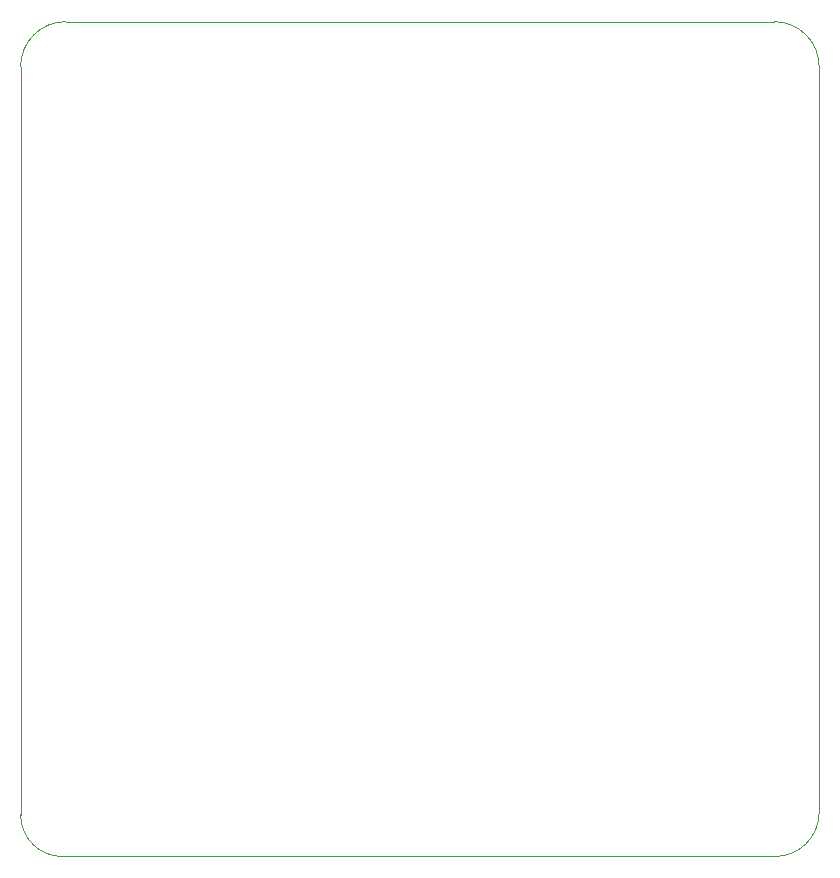
<source format=gbr>
%TF.GenerationSoftware,KiCad,Pcbnew,7.0.6*%
%TF.CreationDate,2023-08-03T15:39:35-04:00*%
%TF.ProjectId,mcp23s17_uln2803_combo,6d637032-3373-4313-975f-756c6e323830,rev?*%
%TF.SameCoordinates,Original*%
%TF.FileFunction,Profile,NP*%
%FSLAX46Y46*%
G04 Gerber Fmt 4.6, Leading zero omitted, Abs format (unit mm)*
G04 Created by KiCad (PCBNEW 7.0.6) date 2023-08-03 15:39:35*
%MOMM*%
%LPD*%
G01*
G04 APERTURE LIST*
%TA.AperFunction,Profile*%
%ADD10C,0.100000*%
%TD*%
G04 APERTURE END LIST*
D10*
X179931923Y-127482623D02*
G75*
G03*
X183665723Y-123748800I-23J3733823D01*
G01*
X183665700Y-60604400D02*
G75*
G03*
X179855723Y-56794400I-3810000J0D01*
G01*
X179931923Y-127482600D02*
X119584877Y-127482600D01*
X183665723Y-60604400D02*
X183665723Y-123748800D01*
X119864277Y-56794400D02*
X179855723Y-56794400D01*
X119864277Y-56794377D02*
G75*
G03*
X116054277Y-60604400I23J-3810023D01*
G01*
X116054300Y-123952000D02*
G75*
G03*
X119584877Y-127482600I3530600J0D01*
G01*
X116054277Y-123952000D02*
X116054277Y-60604400D01*
M02*

</source>
